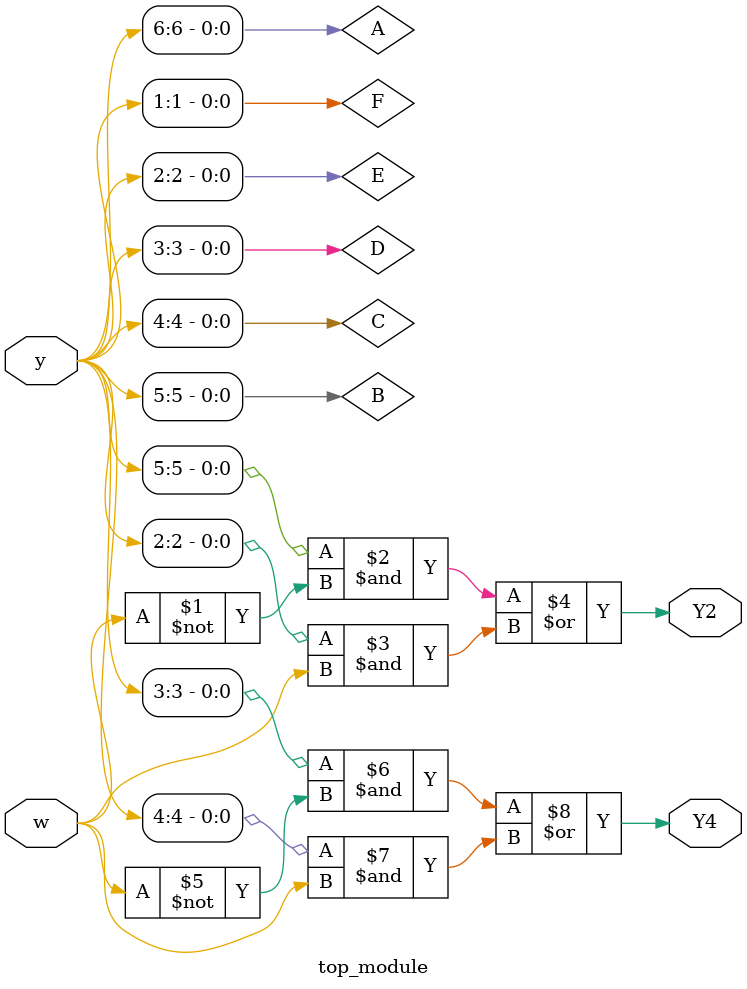
<source format=sv>
module top_module (
	input [6:1] y,
	input w,
	output Y2,
	output Y4
);

wire A, B, C, D, E, F;

assign A = y[6];
assign B = y[5];
assign C = y[4];
assign D = y[3];
assign E = y[2];
assign F = y[1];

assign Y2 = (B & ~w) | (E & w);
assign Y4 = (D & ~w) | (C & w);

endmodule

</source>
